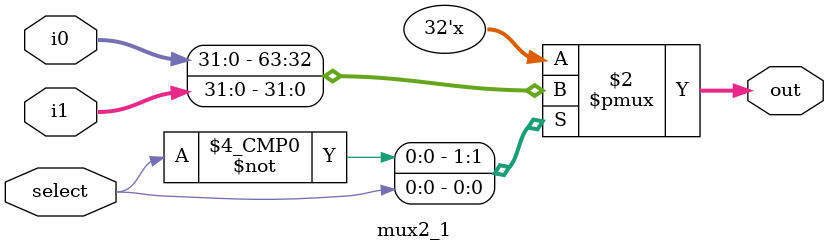
<source format=v>
module mux2_1(
  input [31:0] i0, i1, 
  input select,
  output reg[31:0] out
);
  
  always @ (*)
    case (select)
      1'b0: out <= i0;
      1'b1: out <= i1;
    endcase
  
endmodule
</source>
